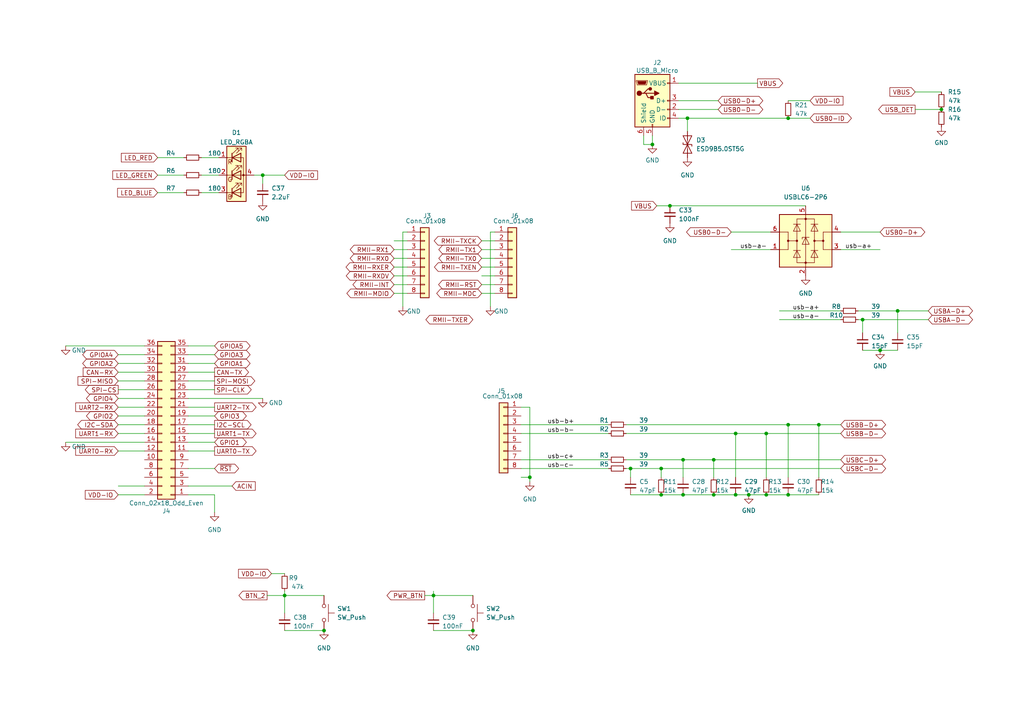
<source format=kicad_sch>
(kicad_sch (version 20250114) (generator "eeschema") (generator_version "9.0")
  (paper "A4")
  (title_block (title "SAM9G20 SBC") (rev "0.1") (company "vd-rd"))
  (lib_symbols
    (symbol "Connector:USB_B_Micro" (pin_names (offset 1.016))
      (property "Reference" "J" (at -5.08 11.43 0))
      (property "Value" "USB_B_Micro" (at -5.08 8.89 0))
      (symbol "USB_B_Micro_0_1"
        (rectangle (start -5.08 -7.62) (end 5.08 7.62) (stroke (width 0.254)) (fill (type background)))
        (polyline (pts (xy -4.699 5.842) (xy -4.699 5.588) (xy -4.445 4.826) (xy -4.445 4.572) (xy -1.651 4.572) (xy -1.651 4.826) (xy -1.397 5.588) (xy -1.397 5.842) (xy -4.699 5.842)))
        (polyline (pts (xy -4.318 5.588) (xy -1.778 5.588) (xy -2.032 4.826) (xy -4.064 4.826) (xy -4.318 5.588)) (fill (type outline)))
        (circle (center -3.81 2.159) (radius 0.635) (stroke (width 0.254)) (fill (type outline)))
        (polyline (pts (xy -3.175 2.159) (xy -2.54 2.159) (xy -1.27 3.429) (xy -0.635 3.429)) (stroke (width 0.254)))
        (polyline (pts (xy -2.54 2.159) (xy -1.905 2.159) (xy -1.27 0.889) (xy 0 0.889)) (stroke (width 0.254)))
        (polyline (pts (xy -1.905 2.159) (xy 0.635 2.159)) (stroke (width 0.254)))
        (circle (center -0.635 3.429) (radius 0.381) (stroke (width 0.254)) (fill (type outline)))
        (rectangle (start -0.127 -7.62) (end 0.127 -6.858))
        (rectangle (start 0.254 1.27) (end -0.508 0.508) (stroke (width 0.254)) (fill (type outline)))
        (polyline (pts (xy 0.635 2.794) (xy 0.635 1.524) (xy 1.905 2.159) (xy 0.635 2.794)) (stroke (width 0.254)) (fill (type outline)))
        (rectangle (start 5.08 4.953) (end 4.318 5.207))
        (rectangle (start 5.08 -0.127) (end 4.318 0.127))
        (rectangle (start 5.08 -2.667) (end 4.318 -2.413))
        (rectangle (start 5.08 -5.207) (end 4.318 -4.953))
      )
      (symbol "USB_B_Micro_1_1"
        (pin passive line (at -2.54 -10.16 90) (length 2.54) (name "Shield") (number "6"))
        (pin power_out line (at 0 -10.16 90) (length 2.54) (name "GND") (number "5"))
        (pin power_out line (at 7.62 5.08 180) (length 2.54) (name "VBUS") (number "1"))
        (pin bidirectional line (at 7.62 0 180) (length 2.54) (name "D+") (number "3"))
        (pin bidirectional line (at 7.62 -2.54 180) (length 2.54) (name "D-") (number "2"))
        (pin passive line (at 7.62 -5.08 180) (length 2.54) (name "ID") (number "4"))
      )
    )
    (symbol "Connector_Generic:Conn_01x08" (pin_names (offset 1.016) (hide yes))
      (property "Reference" "J" (at 0 10.16 0))
      (property "Value" "Conn_01x08" (at 0 -12.7 0))
      (symbol "Conn_01x08_1_1"
        (rectangle (start -1.27 8.89) (end 1.27 -11.43) (stroke (width 0.254)) (fill (type background)))
        (rectangle (start -1.27 7.747) (end 0 7.493) (stroke (width 0.1524)))
        (rectangle (start -1.27 5.207) (end 0 4.953) (stroke (width 0.1524)))
        (rectangle (start -1.27 2.667) (end 0 2.413) (stroke (width 0.1524)))
        (rectangle (start -1.27 0.127) (end 0 -0.127) (stroke (width 0.1524)))
        (rectangle (start -1.27 -2.413) (end 0 -2.667) (stroke (width 0.1524)))
        (rectangle (start -1.27 -4.953) (end 0 -5.207) (stroke (width 0.1524)))
        (rectangle (start -1.27 -7.493) (end 0 -7.747) (stroke (width 0.1524)))
        (rectangle (start -1.27 -10.033) (end 0 -10.287) (stroke (width 0.1524)))
        (pin passive line (at -5.08 7.62 0) (length 3.81) (name "Pin_1") (number "1"))
        (pin passive line (at -5.08 5.08 0) (length 3.81) (name "Pin_2") (number "2"))
        (pin passive line (at -5.08 2.54 0) (length 3.81) (name "Pin_3") (number "3"))
        (pin passive line (at -5.08 0 0) (length 3.81) (name "Pin_4") (number "4"))
        (pin passive line (at -5.08 -2.54 0) (length 3.81) (name "Pin_5") (number "5"))
        (pin passive line (at -5.08 -5.08 0) (length 3.81) (name "Pin_6") (number "6"))
        (pin passive line (at -5.08 -7.62 0) (length 3.81) (name "Pin_7") (number "7"))
        (pin passive line (at -5.08 -10.16 0) (length 3.81) (name "Pin_8") (number "8"))
      )
    )
    (symbol "Connector_Generic:Conn_02x18_Odd_Even" (pin_names (offset 1.016) (hide yes))
      (property "Reference" "J" (at 1.27 22.86 0))
      (property "Value" "Conn_02x18_Odd_Even" (at 1.27 -25.4 0))
      (symbol "Conn_02x18_Odd_Even_1_1"
        (rectangle (start -1.27 21.59) (end 3.81 -24.13) (stroke (width 0.254)) (fill (type background)))
        (rectangle (start -1.27 20.447) (end 0 20.193) (stroke (width 0.1524)))
        (rectangle (start -1.27 17.907) (end 0 17.653) (stroke (width 0.1524)))
        (rectangle (start -1.27 15.367) (end 0 15.113) (stroke (width 0.1524)))
        (rectangle (start -1.27 12.827) (end 0 12.573) (stroke (width 0.1524)))
        (rectangle (start -1.27 10.287) (end 0 10.033) (stroke (width 0.1524)))
        (rectangle (start -1.27 7.747) (end 0 7.493) (stroke (width 0.1524)))
        (rectangle (start -1.27 5.207) (end 0 4.953) (stroke (width 0.1524)))
        (rectangle (start -1.27 2.667) (end 0 2.413) (stroke (width 0.1524)))
        (rectangle (start -1.27 0.127) (end 0 -0.127) (stroke (width 0.1524)))
        (rectangle (start -1.27 -2.413) (end 0 -2.667) (stroke (width 0.1524)))
        (rectangle (start -1.27 -4.953) (end 0 -5.207) (stroke (width 0.1524)))
        (rectangle (start -1.27 -7.493) (end 0 -7.747) (stroke (width 0.1524)))
        (rectangle (start -1.27 -10.033) (end 0 -10.287) (stroke (width 0.1524)))
        (rectangle (start -1.27 -12.573) (end 0 -12.827) (stroke (width 0.1524)))
        (rectangle (start -1.27 -15.113) (end 0 -15.367) (stroke (width 0.1524)))
        (rectangle (start -1.27 -17.653) (end 0 -17.907) (stroke (width 0.1524)))
        (rectangle (start -1.27 -20.193) (end 0 -20.447) (stroke (width 0.1524)))
        (rectangle (start -1.27 -22.733) (end 0 -22.987) (stroke (width 0.1524)))
        (rectangle (start 3.81 20.447) (end 2.54 20.193) (stroke (width 0.1524)))
        (rectangle (start 3.81 17.907) (end 2.54 17.653) (stroke (width 0.1524)))
        (rectangle (start 3.81 15.367) (end 2.54 15.113) (stroke (width 0.1524)))
        (rectangle (start 3.81 12.827) (end 2.54 12.573) (stroke (width 0.1524)))
        (rectangle (start 3.81 10.287) (end 2.54 10.033) (stroke (width 0.1524)))
        (rectangle (start 3.81 7.747) (end 2.54 7.493) (stroke (width 0.1524)))
        (rectangle (start 3.81 5.207) (end 2.54 4.953) (stroke (width 0.1524)))
        (rectangle (start 3.81 2.667) (end 2.54 2.413) (stroke (width 0.1524)))
        (rectangle (start 3.81 0.127) (end 2.54 -0.127) (stroke (width 0.1524)))
        (rectangle (start 3.81 -2.413) (end 2.54 -2.667) (stroke (width 0.1524)))
        (rectangle (start 3.81 -4.953) (end 2.54 -5.207) (stroke (width 0.1524)))
        (rectangle (start 3.81 -7.493) (end 2.54 -7.747) (stroke (width 0.1524)))
        (rectangle (start 3.81 -10.033) (end 2.54 -10.287) (stroke (width 0.1524)))
        (rectangle (start 3.81 -12.573) (end 2.54 -12.827) (stroke (width 0.1524)))
        (rectangle (start 3.81 -15.113) (end 2.54 -15.367) (stroke (width 0.1524)))
        (rectangle (start 3.81 -17.653) (end 2.54 -17.907) (stroke (width 0.1524)))
        (rectangle (start 3.81 -20.193) (end 2.54 -20.447) (stroke (width 0.1524)))
        (rectangle (start 3.81 -22.733) (end 2.54 -22.987) (stroke (width 0.1524)))
        (pin passive line (at -5.08 20.32 0) (length 3.81) (name "Pin_1") (number "1"))
        (pin passive line (at -5.08 17.78 0) (length 3.81) (name "Pin_3") (number "3"))
        (pin passive line (at -5.08 15.24 0) (length 3.81) (name "Pin_5") (number "5"))
        (pin passive line (at -5.08 12.7 0) (length 3.81) (name "Pin_7") (number "7"))
        (pin passive line (at -5.08 10.16 0) (length 3.81) (name "Pin_9") (number "9"))
        (pin passive line (at -5.08 7.62 0) (length 3.81) (name "Pin_11") (number "11"))
        (pin passive line (at -5.08 5.08 0) (length 3.81) (name "Pin_13") (number "13"))
        (pin passive line (at -5.08 2.54 0) (length 3.81) (name "Pin_15") (number "15"))
        (pin passive line (at -5.08 0 0) (length 3.81) (name "Pin_17") (number "17"))
        (pin passive line (at -5.08 -2.54 0) (length 3.81) (name "Pin_19") (number "19"))
        (pin passive line (at -5.08 -5.08 0) (length 3.81) (name "Pin_21") (number "21"))
        (pin passive line (at -5.08 -7.62 0) (length 3.81) (name "Pin_23") (number "23"))
        (pin passive line (at -5.08 -10.16 0) (length 3.81) (name "Pin_25") (number "25"))
        (pin passive line (at -5.08 -12.7 0) (length 3.81) (name "Pin_27") (number "27"))
        (pin passive line (at -5.08 -15.24 0) (length 3.81) (name "Pin_29") (number "29"))
        (pin passive line (at -5.08 -17.78 0) (length 3.81) (name "Pin_31") (number "31"))
        (pin passive line (at -5.08 -20.32 0) (length 3.81) (name "Pin_33") (number "33"))
        (pin passive line (at -5.08 -22.86 0) (length 3.81) (name "Pin_35") (number "35"))
        (pin passive line (at 7.62 20.32 180) (length 3.81) (name "Pin_2") (number "2"))
        (pin passive line (at 7.62 17.78 180) (length 3.81) (name "Pin_4") (number "4"))
        (pin passive line (at 7.62 15.24 180) (length 3.81) (name "Pin_6") (number "6"))
        (pin passive line (at 7.62 12.7 180) (length 3.81) (name "Pin_8") (number "8"))
        (pin passive line (at 7.62 10.16 180) (length 3.81) (name "Pin_10") (number "10"))
        (pin passive line (at 7.62 7.62 180) (length 3.81) (name "Pin_12") (number "12"))
        (pin passive line (at 7.62 5.08 180) (length 3.81) (name "Pin_14") (number "14"))
        (pin passive line (at 7.62 2.54 180) (length 3.81) (name "Pin_16") (number "16"))
        (pin passive line (at 7.62 0 180) (length 3.81) (name "Pin_18") (number "18"))
        (pin passive line (at 7.62 -2.54 180) (length 3.81) (name "Pin_20") (number "20"))
        (pin passive line (at 7.62 -5.08 180) (length 3.81) (name "Pin_22") (number "22"))
        (pin passive line (at 7.62 -7.62 180) (length 3.81) (name "Pin_24") (number "24"))
        (pin passive line (at 7.62 -10.16 180) (length 3.81) (name "Pin_26") (number "26"))
        (pin passive line (at 7.62 -12.7 180) (length 3.81) (name "Pin_28") (number "28"))
        (pin passive line (at 7.62 -15.24 180) (length 3.81) (name "Pin_30") (number "30"))
        (pin passive line (at 7.62 -17.78 180) (length 3.81) (name "Pin_32") (number "32"))
        (pin passive line (at 7.62 -20.32 180) (length 3.81) (name "Pin_34") (number "34"))
        (pin passive line (at 7.62 -22.86 180) (length 3.81) (name "Pin_36") (number "36"))
      )
    )
    (symbol "Device:C_Small" (pin_numbers (hide yes)) (pin_names (offset 0.254) (hide yes))
      (property "Reference" "C" (at 0.254 1.778 0))
      (property "Value" "C_Small" (at 0.254 -2.032 0))
      (symbol "C_Small_0_1"
        (polyline (pts (xy -1.524 0.508) (xy 1.524 0.508)) (stroke (width 0.3048)))
        (polyline (pts (xy -1.524 -0.508) (xy 1.524 -0.508)) (stroke (width 0.3302)))
      )
      (symbol "C_Small_1_1"
        (pin passive line (at 0 2.54 270) (length 2.032) (name "~") (number "1"))
        (pin passive line (at 0 -2.54 90) (length 2.032) (name "~") (number "2"))
      )
    )
    (symbol "Device:LED_RGBA" (pin_names (offset 0) (hide yes))
      (property "Reference" "D" (at 0 9.398 0))
      (property "Value" "LED_RGBA" (at 0 -8.89 0))
      (symbol "LED_RGBA_0_0"
        (text "R" (at -1.905 3.81 0) (effects (font (size 1.27 1.27))))
        (text "G" (at -1.905 -1.27 0) (effects (font (size 1.27 1.27))))
        (text "B" (at -1.905 -6.35 0) (effects (font (size 1.27 1.27))))
      )
      (symbol "LED_RGBA_0_1"
        (polyline (pts (xy -1.27 6.35) (xy -1.27 3.81)) (stroke (width 0.254)))
        (polyline (pts (xy -1.27 6.35) (xy -1.27 3.81) (xy -1.27 3.81)))
        (polyline (pts (xy -1.27 5.08) (xy -2.54 5.08)))
        (polyline (pts (xy -1.27 5.08) (xy 1.27 5.08)))
        (polyline (pts (xy -1.27 1.27) (xy -1.27 -1.27)) (stroke (width 0.254)))
        (polyline (pts (xy -1.27 1.27) (xy -1.27 -1.27) (xy -1.27 -1.27)))
        (polyline (pts (xy -1.27 0) (xy -2.54 0)))
        (polyline (pts (xy -1.27 -3.81) (xy -1.27 -6.35)) (stroke (width 0.254)))
        (polyline (pts (xy -1.27 -5.08) (xy -2.54 -5.08)))
        (polyline (pts (xy -1.27 -5.08) (xy 1.27 -5.08)))
        (polyline (pts (xy -1.016 6.35) (xy 0.508 7.874) (xy -0.254 7.874) (xy 0.508 7.874) (xy 0.508 7.112)))
        (polyline (pts (xy -1.016 1.27) (xy 0.508 2.794) (xy -0.254 2.794) (xy 0.508 2.794) (xy 0.508 2.032)))
        (polyline (pts (xy -1.016 -3.81) (xy 0.508 -2.286) (xy -0.254 -2.286) (xy 0.508 -2.286) (xy 0.508 -3.048)))
        (polyline (pts (xy 0 6.35) (xy 1.524 7.874) (xy 0.762 7.874) (xy 1.524 7.874) (xy 1.524 7.112)))
        (polyline (pts (xy 0 1.27) (xy 1.524 2.794) (xy 0.762 2.794) (xy 1.524 2.794) (xy 1.524 2.032)))
        (polyline (pts (xy 0 -3.81) (xy 1.524 -2.286) (xy 0.762 -2.286) (xy 1.524 -2.286) (xy 1.524 -3.048)))
        (polyline (pts (xy 1.27 6.35) (xy 1.27 3.81) (xy -1.27 5.08) (xy 1.27 6.35)) (stroke (width 0.254)))
        (rectangle (start 1.27 6.35) (end 1.27 6.35))
        (rectangle (start 1.27 3.81) (end 1.27 6.35))
        (polyline (pts (xy 1.27 1.27) (xy 1.27 -1.27) (xy -1.27 0) (xy 1.27 1.27)) (stroke (width 0.254)))
        (rectangle (start 1.27 1.27) (end 1.27 1.27))
        (polyline (pts (xy 1.27 0) (xy -1.27 0)))
        (polyline (pts (xy 1.27 0) (xy 2.54 0)))
        (rectangle (start 1.27 -1.27) (end 1.27 1.27))
        (polyline (pts (xy 1.27 -3.81) (xy 1.27 -6.35) (xy -1.27 -5.08) (xy 1.27 -3.81)) (stroke (width 0.254)))
        (polyline (pts (xy 1.27 -5.08) (xy 2.032 -5.08) (xy 2.032 5.08) (xy 1.27 5.08)))
        (circle (center 2.032 0) (radius 0.254) (fill (type outline)))
        (rectangle (start 2.794 8.382) (end -2.794 -7.62) (stroke (width 0.254)) (fill (type background)))
      )
      (symbol "LED_RGBA_1_1"
        (pin passive line (at -5.08 5.08 0) (length 2.54) (name "RK") (number "1"))
        (pin passive line (at -5.08 0 0) (length 2.54) (name "GK") (number "2"))
        (pin passive line (at -5.08 -5.08 0) (length 2.54) (name "BK") (number "3"))
        (pin passive line (at 5.08 0 180) (length 2.54) (name "A") (number "4"))
      )
    )
    (symbol "Device:R_Small" (pin_numbers (hide yes)) (pin_names (offset 0.254) (hide yes))
      (property "Reference" "R" (at 0.762 0.508 0))
      (property "Value" "R_Small" (at 0.762 -1.016 0))
      (symbol "R_Small_0_1"
        (rectangle (start -0.762 1.778) (end 0.762 -1.778) (stroke (width 0.2032)))
      )
      (symbol "R_Small_1_1"
        (pin passive line (at 0 2.54 270) (length 0.762) (name "~") (number "1"))
        (pin passive line (at 0 -2.54 90) (length 0.762) (name "~") (number "2"))
      )
    )
    (symbol "Diode:ESD9B5.0ST5G" (pin_numbers (hide yes)) (pin_names (offset 1.016) (hide yes))
      (property "Reference" "D" (at 0 2.54 0))
      (property "Value" "ESD9B5.0ST5G" (at 0 -2.54 0))
      (symbol "ESD9B5.0ST5G_0_1"
        (polyline (pts (xy -2.54 -1.27) (xy 0 0) (xy -2.54 1.27) (xy -2.54 -1.27)) (stroke (width 0.2032)))
        (polyline (pts (xy 0.508 1.27) (xy 0 1.27) (xy 0 -1.27) (xy -0.508 -1.27)) (stroke (width 0.2032)))
        (polyline (pts (xy 1.27 0) (xy -1.27 0)))
        (polyline (pts (xy 2.54 1.27) (xy 2.54 -1.27) (xy 0 0) (xy 2.54 1.27)) (stroke (width 0.2032)))
      )
      (symbol "ESD9B5.0ST5G_1_1"
        (pin passive line (at -3.81 0 0) (length 2.54) (name "A1") (number "1"))
        (pin passive line (at 3.81 0 180) (length 2.54) (name "A2") (number "2"))
      )
    )
    (symbol "Power_Protection:USBLC6-2P6" (pin_names (hide yes))
      (property "Reference" "U" (at 2.54 8.89 0))
      (property "Value" "USBLC6-2P6" (at 2.54 -8.89 0))
      (symbol "USBLC6-2P6_0_1"
        (rectangle (start -7.62 -7.62) (end 7.62 7.62) (stroke (width 0.254)) (fill (type background)))
        (polyline (pts (xy -5.08 2.54) (xy -7.62 2.54)))
        (circle (center -5.08 0) (radius 0.254) (fill (type outline)))
        (polyline (pts (xy -5.08 0) (xy -5.08 -2.54)))
        (polyline (pts (xy -5.08 -2.54) (xy -7.62 -2.54)))
        (polyline (pts (xy -3.556 2.794) (xy -1.524 2.794) (xy -2.54 4.826) (xy -3.556 2.794)))
        (polyline (pts (xy -3.556 -4.826) (xy -1.524 -4.826) (xy -2.54 -2.794) (xy -3.556 -4.826)))
        (rectangle (start -2.54 6.35) (end 2.54 -6.35))
        (circle (center -2.54 0) (radius 0.254) (fill (type outline)))
        (polyline (pts (xy -2.54 0) (xy -5.08 0) (xy -5.08 2.54)))
        (polyline (pts (xy -1.524 4.826) (xy -3.556 4.826)))
        (polyline (pts (xy -1.524 -2.794) (xy -3.556 -2.794)))
        (polyline (pts (xy -1.016 -1.016) (xy 1.016 -1.016) (xy 0 1.016) (xy -1.016 -1.016)))
        (circle (center 0 6.35) (radius 0.254) (fill (type outline)))
        (polyline (pts (xy 0 6.35) (xy 0 7.62)))
        (polyline (pts (xy 0 1.27) (xy 0 6.35)))
        (polyline (pts (xy 0 -6.35) (xy 0 1.27)))
        (circle (center 0 -6.35) (radius 0.254) (fill (type outline)))
        (polyline (pts (xy 0 -7.62) (xy 0 -6.35)))
        (polyline (pts (xy 1.016 1.016) (xy 0.762 1.016) (xy -1.016 1.016) (xy -1.016 0.508)))
        (polyline (pts (xy 1.524 4.826) (xy 3.556 4.826)))
        (polyline (pts (xy 1.524 -2.794) (xy 3.556 -2.794)))
        (polyline (pts (xy 2.54 0) (xy 5.08 0) (xy 5.08 2.54)))
        (circle (center 2.54 0) (radius 0.254) (fill (type outline)))
        (polyline (pts (xy 3.556 2.794) (xy 1.524 2.794) (xy 2.54 4.826) (xy 3.556 2.794)))
        (polyline (pts (xy 3.556 -4.826) (xy 1.524 -4.826) (xy 2.54 -2.794) (xy 3.556 -4.826)))
        (polyline (pts (xy 5.08 2.54) (xy 7.62 2.54)))
        (polyline (pts (xy 5.08 0) (xy 5.08 -2.54)))
        (circle (center 5.08 0) (radius 0.254) (fill (type outline)))
        (polyline (pts (xy 5.08 -2.54) (xy 7.62 -2.54)))
      )
      (symbol "USBLC6-2P6_1_1"
        (pin passive line (at -10.16 2.54 0) (length 2.54) (name "I/O1") (number "6"))
        (pin passive line (at -10.16 -2.54 0) (length 2.54) (name "I/O1") (number "1"))
        (pin passive line (at 0 10.16 270) (length 2.54) (name "VBUS") (number "5"))
        (pin passive line (at 0 -10.16 90) (length 2.54) (name "GND") (number "2"))
        (pin passive line (at 10.16 2.54 180) (length 2.54) (name "I/O2") (number "4"))
        (pin passive line (at 10.16 -2.54 180) (length 2.54) (name "I/O2") (number "3"))
      )
    )
    (symbol "Switch:SW_Push" (pin_numbers (hide yes)) (pin_names (offset 1.016) (hide yes))
      (property "Reference" "SW" (at 1.27 2.54 0))
      (property "Value" "SW_Push" (at 0 -1.524 0))
      (symbol "SW_Push_0_1"
        (circle (center -2.032 0) (radius 0.508))
        (polyline (pts (xy 0 1.27) (xy 0 3.048)))
        (circle (center 2.032 0) (radius 0.508))
        (polyline (pts (xy 2.54 1.27) (xy -2.54 1.27)))
        (pin passive line (at -5.08 0 0) (length 2.54) (name "1") (number "1"))
        (pin passive line (at 5.08 0 180) (length 2.54) (name "2") (number "2"))
      )
    )
    (symbol "power:GND" (power) (pin_names (offset 0))
      (property "Value" "GND" (at 0 -3.81 0))
      (symbol "GND_0_1"
        (polyline (pts (xy 0 0) (xy 0 -1.27) (xy 1.27 -1.27) (xy 0 -2.54) (xy -1.27 -1.27) (xy 0 -1.27)))
      )
      (symbol "GND_1_1"
        (pin power_in line (at 0 0 270) (length 0) (hide yes) (name "GND") (number "1"))
      )
    )
  )
  (junction (at 250.19 92.71))
  (junction (at 207.01 133.35))
  (junction (at 228.6 143.51))
  (junction (at 182.88 135.89))
  (junction (at 213.36 125.73))
  (junction (at 222.25 125.73))
  (junction (at 199.39 34.29))
  (junction (at 198.12 133.35))
  (junction (at 125.73 172.72))
  (junction (at 273.05 31.75))
  (junction (at 228.6 34.29))
  (junction (at 213.36 143.51))
  (junction (at 228.6 123.19))
  (junction (at 189.23 41.91))
  (junction (at 222.25 143.51))
  (junction (at 76.2 50.8))
  (junction (at 82.55 172.72))
  (junction (at 137.16 182.88))
  (junction (at 207.01 143.51))
  (junction (at 260.35 90.17))
  (junction (at 237.49 123.19))
  (junction (at 194.31 59.69))
  (junction (at 217.17 143.51))
  (junction (at 191.77 143.51))
  (junction (at 153.67 138.43))
  (junction (at 198.12 143.51))
  (junction (at 255.27 101.6))
  (junction (at 93.98 182.88))
  (junction (at 191.77 135.89))
  (wire (pts (xy 212.09 67.31) (xy 223.52 67.31)))
  (wire (pts (xy 226.06 90.17) (xy 243.84 90.17)))
  (wire (pts (xy 198.12 133.35) (xy 207.01 133.35)))
  (wire (pts (xy 45.72 55.88) (xy 53.34 55.88)))
  (wire (pts (xy 182.88 135.89) (xy 182.88 138.43)))
  (wire (pts (xy 34.29 123.19) (xy 41.91 123.19)))
  (wire (pts (xy 34.29 115.57) (xy 41.91 115.57)))
  (wire (pts (xy 114.3 82.55) (xy 118.11 82.55)))
  (wire (pts (xy 198.12 143.51) (xy 207.01 143.51)))
  (wire (pts (xy 54.61 135.89) (xy 62.23 135.89)))
  (wire (pts (xy 228.6 34.29) (xy 234.95 34.29)))
  (wire (pts (xy 19.05 128.27) (xy 41.91 128.27)))
  (wire (pts (xy 54.61 113.03) (xy 62.23 113.03)))
  (wire (pts (xy 243.84 67.31) (xy 255.27 67.31)))
  (wire (pts (xy 213.36 125.73) (xy 222.25 125.73)))
  (wire (pts (xy 78.74 166.37) (xy 82.55 166.37)))
  (wire (pts (xy 260.35 90.17) (xy 260.35 96.52)))
  (wire (pts (xy 191.77 135.89) (xy 243.84 135.89)))
  (wire (pts (xy 213.36 125.73) (xy 213.36 138.43)))
  (wire (pts (xy 142.24 67.31) (xy 142.24 88.9)))
  (wire (pts (xy 222.25 125.73) (xy 222.25 138.43)))
  (wire (pts (xy 54.61 105.41) (xy 62.23 105.41)))
  (wire (pts (xy 186.69 41.91) (xy 189.23 41.91)))
  (wire (pts (xy 34.29 107.95) (xy 41.91 107.95)))
  (wire (pts (xy 207.01 143.51) (xy 213.36 143.51)))
  (wire (pts (xy 58.42 45.72) (xy 63.5 45.72)))
  (wire (pts (xy 54.61 140.97) (xy 67.31 140.97)))
  (wire (pts (xy 76.2 50.8) (xy 76.2 53.34)))
  (wire (pts (xy 139.7 82.55) (xy 143.51 82.55)))
  (wire (pts (xy 19.05 100.33) (xy 41.91 100.33)))
  (wire (pts (xy 181.61 133.35) (xy 198.12 133.35)))
  (wire (pts (xy 250.19 92.71) (xy 250.19 96.52)))
  (wire (pts (xy 54.61 120.65) (xy 62.23 120.65)))
  (wire (pts (xy 213.36 143.51) (xy 217.17 143.51)))
  (wire (pts (xy 228.6 123.19) (xy 237.49 123.19)))
  (wire (pts (xy 151.13 138.43) (xy 153.67 138.43)))
  (wire (pts (xy 82.55 171.45) (xy 82.55 172.72)))
  (wire (pts (xy 54.61 100.33) (xy 62.23 100.33)))
  (wire (pts (xy 54.61 125.73) (xy 62.23 125.73)))
  (wire (pts (xy 45.72 45.72) (xy 53.34 45.72)))
  (wire (pts (xy 116.84 67.31) (xy 116.84 88.9)))
  (wire (pts (xy 151.13 123.19) (xy 176.53 123.19)))
  (wire (pts (xy 34.29 102.87) (xy 41.91 102.87)))
  (wire (pts (xy 76.2 50.8) (xy 82.55 50.8)))
  (wire (pts (xy 73.66 50.8) (xy 76.2 50.8)))
  (wire (pts (xy 196.85 29.21) (xy 208.28 29.21)))
  (wire (pts (xy 265.43 31.75) (xy 273.05 31.75)))
  (wire (pts (xy 190.5 59.69) (xy 194.31 59.69)))
  (wire (pts (xy 77.47 172.72) (xy 82.55 172.72)))
  (wire (pts (xy 82.55 172.72) (xy 93.98 172.72)))
  (wire (pts (xy 222.25 125.73) (xy 243.84 125.73)))
  (wire (pts (xy 114.3 74.93) (xy 118.11 74.93)))
  (wire (pts (xy 222.25 143.51) (xy 228.6 143.51)))
  (wire (pts (xy 139.7 85.09) (xy 143.51 85.09)))
  (wire (pts (xy 182.88 143.51) (xy 191.77 143.51)))
  (wire (pts (xy 114.3 80.01) (xy 118.11 80.01)))
  (wire (pts (xy 114.3 85.09) (xy 118.11 85.09)))
  (wire (pts (xy 34.29 110.49) (xy 41.91 110.49)))
  (wire (pts (xy 248.92 90.17) (xy 260.35 90.17)))
  (wire (pts (xy 34.29 140.97) (xy 41.91 140.97)))
  (wire (pts (xy 125.73 171.45) (xy 125.73 172.72)))
  (wire (pts (xy 34.29 113.03) (xy 41.91 113.03)))
  (wire (pts (xy 207.01 133.35) (xy 207.01 138.43)))
  (wire (pts (xy 151.13 118.11) (xy 153.67 118.11)))
  (wire (pts (xy 228.6 123.19) (xy 228.6 138.43)))
  (wire (pts (xy 123.19 172.72) (xy 125.73 172.72)))
  (wire (pts (xy 125.73 172.72) (xy 137.16 172.72)))
  (wire (pts (xy 250.19 92.71) (xy 269.24 92.71)))
  (wire (pts (xy 45.72 50.8) (xy 53.34 50.8)))
  (wire (pts (xy 114.3 72.39) (xy 118.11 72.39)))
  (wire (pts (xy 151.13 135.89) (xy 176.53 135.89)))
  (wire (pts (xy 181.61 125.73) (xy 213.36 125.73)))
  (wire (pts (xy 199.39 34.29) (xy 199.39 38.1)))
  (wire (pts (xy 143.51 67.31) (xy 142.24 67.31)))
  (wire (pts (xy 212.09 72.39) (xy 223.52 72.39)))
  (wire (pts (xy 82.55 172.72) (xy 82.55 177.8)))
  (wire (pts (xy 82.55 182.88) (xy 93.98 182.88)))
  (wire (pts (xy 34.29 125.73) (xy 41.91 125.73)))
  (wire (pts (xy 34.29 120.65) (xy 41.91 120.65)))
  (wire (pts (xy 198.12 133.35) (xy 198.12 138.43)))
  (wire (pts (xy 54.61 143.51) (xy 62.23 143.51)))
  (wire (pts (xy 62.23 143.51) (xy 62.23 148.59)))
  (wire (pts (xy 265.43 26.67) (xy 273.05 26.67)))
  (wire (pts (xy 54.61 115.57) (xy 76.2 115.57)))
  (wire (pts (xy 54.61 118.11) (xy 62.23 118.11)))
  (wire (pts (xy 58.42 55.88) (xy 63.5 55.88)))
  (wire (pts (xy 181.61 123.19) (xy 228.6 123.19)))
  (wire (pts (xy 196.85 31.75) (xy 208.28 31.75)))
  (wire (pts (xy 189.23 41.91) (xy 189.23 39.37)))
  (wire (pts (xy 139.7 72.39) (xy 143.51 72.39)))
  (wire (pts (xy 196.85 24.13) (xy 219.71 24.13)))
  (wire (pts (xy 196.85 34.29) (xy 199.39 34.29)))
  (wire (pts (xy 34.29 118.11) (xy 41.91 118.11)))
  (wire (pts (xy 226.06 92.71) (xy 243.84 92.71)))
  (wire (pts (xy 237.49 123.19) (xy 237.49 138.43)))
  (wire (pts (xy 194.31 59.69) (xy 233.68 59.69)))
  (wire (pts (xy 151.13 125.73) (xy 176.53 125.73)))
  (wire (pts (xy 248.92 92.71) (xy 250.19 92.71)))
  (wire (pts (xy 34.29 143.51) (xy 41.91 143.51)))
  (wire (pts (xy 125.73 172.72) (xy 125.73 177.8)))
  (wire (pts (xy 114.3 77.47) (xy 118.11 77.47)))
  (wire (pts (xy 255.27 101.6) (xy 260.35 101.6)))
  (wire (pts (xy 217.17 143.51) (xy 222.25 143.51)))
  (wire (pts (xy 250.19 101.6) (xy 255.27 101.6)))
  (wire (pts (xy 54.61 128.27) (xy 62.23 128.27)))
  (wire (pts (xy 191.77 143.51) (xy 198.12 143.51)))
  (wire (pts (xy 207.01 133.35) (xy 243.84 133.35)))
  (wire (pts (xy 114.3 69.85) (xy 118.11 69.85)))
  (wire (pts (xy 228.6 29.21) (xy 234.95 29.21)))
  (wire (pts (xy 34.29 105.41) (xy 41.91 105.41)))
  (wire (pts (xy 139.7 69.85) (xy 143.51 69.85)))
  (wire (pts (xy 153.67 118.11) (xy 153.67 138.43)))
  (wire (pts (xy 153.67 138.43) (xy 153.67 139.7)))
  (wire (pts (xy 54.61 130.81) (xy 62.23 130.81)))
  (wire (pts (xy 139.7 74.93) (xy 143.51 74.93)))
  (wire (pts (xy 58.42 50.8) (xy 63.5 50.8)))
  (wire (pts (xy 54.61 123.19) (xy 62.23 123.19)))
  (wire (pts (xy 186.69 39.37) (xy 186.69 41.91)))
  (wire (pts (xy 182.88 135.89) (xy 191.77 135.89)))
  (wire (pts (xy 228.6 143.51) (xy 237.49 143.51)))
  (wire (pts (xy 34.29 130.81) (xy 41.91 130.81)))
  (wire (pts (xy 118.11 67.31) (xy 116.84 67.31)))
  (wire (pts (xy 125.73 182.88) (xy 137.16 182.88)))
  (wire (pts (xy 260.35 90.17) (xy 269.24 90.17)))
  (wire (pts (xy 191.77 135.89) (xy 191.77 138.43)))
  (wire (pts (xy 139.7 77.47) (xy 143.51 77.47)))
  (wire (pts (xy 54.61 110.49) (xy 62.23 110.49)))
  (wire (pts (xy 181.61 135.89) (xy 182.88 135.89)))
  (wire (pts (xy 243.84 72.39) (xy 255.27 72.39)))
  (wire (pts (xy 54.61 107.95) (xy 62.23 107.95)))
  (wire (pts (xy 237.49 123.19) (xy 243.84 123.19)))
  (wire (pts (xy 199.39 34.29) (xy 228.6 34.29)))
  (wire (pts (xy 54.61 102.87) (xy 62.23 102.87)))
  (wire (pts (xy 139.7 80.01) (xy 143.51 80.01)))
  (wire (pts (xy 151.13 133.35) (xy 176.53 133.35)))
  (label "usb-a+" (at 245.11 72.39 0))
  (label "usb-b+" (at 158.75 123.19 0))
  (label "usb-a+" (at 229.87 90.17 0))
  (label "usb-c+" (at 158.75 133.35 0))
  (label "usb-c-" (at 158.75 135.89 0))
  (label "usb-a-" (at 214.63 72.39 0))
  (label "usb-a-" (at 229.87 92.71 0))
  (label "usb-b-" (at 158.75 125.73 0))
  (global_label "GPIOA1" (shape bidirectional) (at 62.23 105.41 0) (property "Intersheetrefs" "${INTERSHEET_REFS}" (effects (hide yes))))
  (global_label "RMII-TXER" (shape bidirectional) (at 137.16 92.71 180) (property "Intersheetrefs" "${INTERSHEET_REFS}" (effects (hide yes))))
  (global_label "RMII-TX0" (shape bidirectional) (at 139.7 74.93 180) (property "Intersheetrefs" "${INTERSHEET_REFS}" (effects (hide yes))))
  (global_label "CAN-RX" (shape input) (at 34.29 107.95 180) (property "Intersheetrefs" "${INTERSHEET_REFS}" (effects (hide yes))))
  (global_label "USBC-D+" (shape bidirectional) (at 243.84 133.35 0) (property "Intersheetrefs" "${INTERSHEET_REFS}" (effects (hide yes))))
  (global_label "UART2-TX" (shape output) (at 62.23 118.11 0) (property "Intersheetrefs" "${INTERSHEET_REFS}" (effects (hide yes))))
  (global_label "GPIO1" (shape bidirectional) (at 62.23 128.27 0) (property "Intersheetrefs" "${INTERSHEET_REFS}" (effects (hide yes))))
  (global_label "GPIO4" (shape bidirectional) (at 34.29 115.57 180) (property "Intersheetrefs" "${INTERSHEET_REFS}" (effects (hide yes))))
  (global_label "GPIOA3" (shape bidirectional) (at 62.23 102.87 0) (property "Intersheetrefs" "${INTERSHEET_REFS}" (effects (hide yes))))
  (global_label "VDD-IO" (shape input) (at 234.95 29.21 0) (property "Intersheetrefs" "${INTERSHEET_REFS}" (effects (hide yes))))
  (global_label "UART0-RX" (shape input) (at 34.29 130.81 180) (property "Intersheetrefs" "${INTERSHEET_REFS}" (effects (hide yes))))
  (global_label "RMII-TX1" (shape bidirectional) (at 139.7 72.39 180) (property "Intersheetrefs" "${INTERSHEET_REFS}" (effects (hide yes))))
  (global_label "BTN_2" (shape output) (at 77.47 172.72 180) (property "Intersheetrefs" "${INTERSHEET_REFS}" (effects (hide yes))))
  (global_label "VDD-IO" (shape input) (at 34.29 143.51 180) (property "Intersheetrefs" "${INTERSHEET_REFS}" (effects (hide yes))))
  (global_label "CAN-TX" (shape output) (at 62.23 107.95 0) (property "Intersheetrefs" "${INTERSHEET_REFS}" (effects (hide yes))))
  (global_label "USB0-D+" (shape bidirectional) (at 255.27 67.31 0) (property "Intersheetrefs" "${INTERSHEET_REFS}" (effects (hide yes))))
  (global_label "SPI-CS" (shape output) (at 34.29 113.03 180) (property "Intersheetrefs" "${INTERSHEET_REFS}" (effects (hide yes))))
  (global_label "RMII-RXDV" (shape bidirectional) (at 114.3 80.01 180) (property "Intersheetrefs" "${INTERSHEET_REFS}" (effects (hide yes))))
  (global_label "LED_GREEN" (shape input) (at 45.72 50.8 180) (property "Intersheetrefs" "${INTERSHEET_REFS}" (effects (hide yes))))
  (global_label "VDD-IO" (shape input) (at 78.74 166.37 180) (property "Intersheetrefs" "${INTERSHEET_REFS}" (effects (hide yes))))
  (global_label "USB0-D+" (shape bidirectional) (at 208.28 29.21 0) (property "Intersheetrefs" "${INTERSHEET_REFS}" (effects (hide yes))))
  (global_label "RMII-MDIO" (shape bidirectional) (at 114.3 85.09 180) (property "Intersheetrefs" "${INTERSHEET_REFS}" (effects (hide yes))))
  (global_label "VBUS" (shape output) (at 219.71 24.13 0) (property "Intersheetrefs" "${INTERSHEET_REFS}" (effects (hide yes))))
  (global_label "RMII-RST" (shape bidirectional) (at 139.7 82.55 180) (property "Intersheetrefs" "${INTERSHEET_REFS}" (effects (hide yes))))
  (global_label "LED_RED" (shape input) (at 45.72 45.72 180) (property "Intersheetrefs" "${INTERSHEET_REFS}" (effects (hide yes))))
  (global_label "RMII-TXCK" (shape bidirectional) (at 139.7 69.85 180) (property "Intersheetrefs" "${INTERSHEET_REFS}" (effects (hide yes))))
  (global_label "USB0-D-" (shape bidirectional) (at 208.28 31.75 0) (property "Intersheetrefs" "${INTERSHEET_REFS}" (effects (hide yes))))
  (global_label "USBA-D-" (shape bidirectional) (at 269.24 92.71 0) (property "Intersheetrefs" "${INTERSHEET_REFS}" (effects (hide yes))))
  (global_label "SPI-CLK" (shape output) (at 62.23 113.03 0) (property "Intersheetrefs" "${INTERSHEET_REFS}" (effects (hide yes))))
  (global_label "~{RST}" (shape bidirectional) (at 62.23 135.89 0) (property "Intersheetrefs" "${INTERSHEET_REFS}" (effects (hide yes))))
  (global_label "PWR_BTN" (shape output) (at 123.19 172.72 180) (property "Intersheetrefs" "${INTERSHEET_REFS}" (effects (hide yes))))
  (global_label "UART2-RX" (shape input) (at 34.29 118.11 180) (property "Intersheetrefs" "${INTERSHEET_REFS}" (effects (hide yes))))
  (global_label "I2C-SCL" (shape output) (at 62.23 123.19 0) (property "Intersheetrefs" "${INTERSHEET_REFS}" (effects (hide yes))))
  (global_label "GPIOA2" (shape bidirectional) (at 34.29 105.41 180) (property "Intersheetrefs" "${INTERSHEET_REFS}" (effects (hide yes))))
  (global_label "GPIOA5" (shape bidirectional) (at 62.23 100.33 0) (property "Intersheetrefs" "${INTERSHEET_REFS}" (effects (hide yes))))
  (global_label "USBC-D-" (shape bidirectional) (at 243.84 135.89 0) (property "Intersheetrefs" "${INTERSHEET_REFS}" (effects (hide yes))))
  (global_label "USB0-D-" (shape bidirectional) (at 212.09 67.31 180) (property "Intersheetrefs" "${INTERSHEET_REFS}" (effects (hide yes))))
  (global_label "VDD-IO" (shape input) (at 82.55 50.8 0) (property "Intersheetrefs" "${INTERSHEET_REFS}" (effects (hide yes))))
  (global_label "UART1-RX" (shape input) (at 34.29 125.73 180) (property "Intersheetrefs" "${INTERSHEET_REFS}" (effects (hide yes))))
  (global_label "GPIO3" (shape bidirectional) (at 62.23 120.65 0) (property "Intersheetrefs" "${INTERSHEET_REFS}" (effects (hide yes))))
  (global_label "RMII-RX0" (shape bidirectional) (at 114.3 74.93 180) (property "Intersheetrefs" "${INTERSHEET_REFS}" (effects (hide yes))))
  (global_label "SPI-MOSI" (shape output) (at 62.23 110.49 0) (property "Intersheetrefs" "${INTERSHEET_REFS}" (effects (hide yes))))
  (global_label "RMII-RXER" (shape bidirectional) (at 114.3 77.47 180) (property "Intersheetrefs" "${INTERSHEET_REFS}" (effects (hide yes))))
  (global_label "LED_BLUE" (shape input) (at 45.72 55.88 180) (property "Intersheetrefs" "${INTERSHEET_REFS}" (effects (hide yes))))
  (global_label "SPI-MISO" (shape input) (at 34.29 110.49 180) (property "Intersheetrefs" "${INTERSHEET_REFS}" (effects (hide yes))))
  (global_label "ACIN" (shape input) (at 67.31 140.97 0) (property "Intersheetrefs" "${INTERSHEET_REFS}" (effects (hide yes))))
  (global_label "RMII-MDC" (shape bidirectional) (at 139.7 85.09 180) (property "Intersheetrefs" "${INTERSHEET_REFS}" (effects (hide yes))))
  (global_label "UART0-TX" (shape output) (at 62.23 130.81 0) (property "Intersheetrefs" "${INTERSHEET_REFS}" (effects (hide yes))))
  (global_label "RMII-TXEN" (shape bidirectional) (at 139.7 77.47 180) (property "Intersheetrefs" "${INTERSHEET_REFS}" (effects (hide yes))))
  (global_label "VBUS" (shape input) (at 265.43 26.67 180) (property "Intersheetrefs" "${INTERSHEET_REFS}" (effects (hide yes))))
  (global_label "USBB-D+" (shape bidirectional) (at 243.84 123.19 0) (property "Intersheetrefs" "${INTERSHEET_REFS}" (effects (hide yes))))
  (global_label "USBB-D-" (shape bidirectional) (at 243.84 125.73 0) (property "Intersheetrefs" "${INTERSHEET_REFS}" (effects (hide yes))))
  (global_label "USB0-ID" (shape bidirectional) (at 234.95 34.29 0) (property "Intersheetrefs" "${INTERSHEET_REFS}" (effects (hide yes))))
  (global_label "UART1-TX" (shape output) (at 62.23 125.73 0) (property "Intersheetrefs" "${INTERSHEET_REFS}" (effects (hide yes))))
  (global_label "GPIOA4" (shape bidirectional) (at 34.29 102.87 180) (property "Intersheetrefs" "${INTERSHEET_REFS}" (effects (hide yes))))
  (global_label "USB_DET" (shape output) (at 265.43 31.75 180) (property "Intersheetrefs" "${INTERSHEET_REFS}" (effects (hide yes))))
  (global_label "I2C-SDA" (shape bidirectional) (at 34.29 123.19 180) (property "Intersheetrefs" "${INTERSHEET_REFS}" (effects (hide yes))))
  (global_label "USBA-D+" (shape bidirectional) (at 269.24 90.17 0) (property "Intersheetrefs" "${INTERSHEET_REFS}" (effects (hide yes))))
  (global_label "RMII-INT" (shape bidirectional) (at 114.3 82.55 180) (property "Intersheetrefs" "${INTERSHEET_REFS}" (effects (hide yes))))
  (global_label "VBUS" (shape input) (at 190.5 59.69 180) (property "Intersheetrefs" "${INTERSHEET_REFS}" (effects (hide yes))))
  (global_label "RMII-RX1" (shape bidirectional) (at 114.3 72.39 180) (property "Intersheetrefs" "${INTERSHEET_REFS}" (effects (hide yes))))
  (global_label "GPIO2" (shape bidirectional) (at 34.29 120.65 180) (property "Intersheetrefs" "${INTERSHEET_REFS}" (effects (hide yes))))
  (symbol (lib_id "power:GND") (at 273.05 36.83 0) (unit 1)
    (property "Reference" "#PWR0130" (effects (hide yes)))
    (property "Value" "GND" (at 273.05 41.3926 0))
  )
  (symbol (lib_id "Device:R_Small") (at 82.55 168.91 180) (unit 1)
    (property "Reference" "R9" (at 85.09 167.64 0))
    (property "Value" "47k" (at 86.36 170.18 0))
    (property "Footprint" "Resistor_SMD:R_0402_1005Metric" (effects (hide yes)))
  )
  (symbol (lib_id "Device:C_Small") (at 250.19 99.06 0) (unit 1)
    (property "Reference" "C34" (at 252.73 97.7962 0) (effects (justify left)))
    (property "Value" "15pF" (at 252.73 100.3362 0) (effects (justify left)))
    (property "Footprint" "Capacitor_SMD:C_0402_1005Metric" (effects (hide yes)))
  )
  (symbol (lib_id "power:GND") (at 19.05 128.27 0) (unit 1)
    (property "Reference" "#PWR0121" (effects (hide yes)))
    (property "Value" "GND" (at 22.86 129.54 0))
  )
  (symbol (lib_id "power:GND") (at 199.39 45.72 0) (unit 1)
    (property "Reference" "#PWR0140" (effects (hide yes)))
    (property "Value" "GND" (at 199.39 50.8 0))
  )
  (symbol (lib_id "Device:R_Small") (at 228.6 31.75 180) (unit 1)
    (property "Reference" "R21" (at 232.41 30.48 0))
    (property "Value" "47k" (at 232.41 33.02 0))
    (property "Footprint" "Resistor_SMD:R_0402_1005Metric" (effects (hide yes)))
  )
  (symbol (lib_id "Device:C_Small") (at 228.6 140.97 0) (unit 1)
    (property "Reference" "C30" (at 231.14 139.7062 0) (effects (justify left)))
    (property "Value" "47pF" (at 231.14 142.2462 0) (effects (justify left)))
    (property "Footprint" "Capacitor_SMD:C_0402_1005Metric" (effects (hide yes)))
  )
  (symbol (lib_id "power:GND") (at 189.23 41.91 0) (unit 1)
    (property "Reference" "#PWR0114" (effects (hide yes)))
    (property "Value" "GND" (at 189.23 46.4726 0))
  )
  (symbol (lib_id "power:GND") (at 19.05 100.33 0) (unit 1)
    (property "Reference" "#PWR0122" (effects (hide yes)))
    (property "Value" "GND" (at 22.86 101.6 0))
  )
  (symbol (lib_id "Device:LED_RGBA") (at 68.58 50.8 0) (unit 1)
    (property "Reference" "D1" (at 68.58 38.4514 0))
    (property "Value" "LED_RGBA" (at 68.58 41.2265 0))
    (property "Footprint" "led:rgb-1204" (effects (hide yes)))
  )
  (symbol (lib_id "Device:C_Small") (at 198.12 140.97 0) (unit 1)
    (property "Reference" "C28" (at 200.66 139.7062 0) (effects (justify left)))
    (property "Value" "47pF" (at 200.66 142.2462 0) (effects (justify left)))
    (property "Footprint" "Capacitor_SMD:C_0402_1005Metric" (effects (hide yes)))
  )
  (symbol (lib_id "power:GND") (at 116.84 88.9 0) (unit 1)
    (property "Reference" "#PWR0104" (effects (hide yes)))
    (property "Value" "GND" (at 120.015 90.2876 0))
  )
  (symbol (lib_id "Device:R_Small") (at 179.07 125.73 90) (unit 1)
    (property "Reference" "R2" (at 175.26 124.46 90))
    (property "Value" "39" (at 186.69 124.46 90))
    (property "Footprint" "Resistor_SMD:R_0402_1005Metric" (effects (hide yes)))
  )
  (symbol (lib_id "Device:R_Small") (at 55.88 55.88 90) (unit 1)
    (property "Reference" "R7" (at 49.53 54.61 90))
    (property "Value" "180" (at 62.23 54.61 90))
    (property "Footprint" "Resistor_SMD:R_0402_1005Metric" (effects (hide yes)))
  )
  (symbol (lib_id "power:GND") (at 233.68 80.01 0) (unit 1)
    (property "Reference" "#PWR0139" (effects (hide yes)))
    (property "Value" "GND" (at 233.68 85.09 0))
  )
  (symbol (lib_id "power:GND") (at 137.16 182.88 0) (unit 1)
    (property "Reference" "#PWR0129" (effects (hide yes)))
    (property "Value" "GND" (at 137.16 187.96 0))
  )
  (symbol (lib_id "Power_Protection:USBLC6-2P6") (at 233.68 69.85 0) (unit 1)
    (property "Reference" "U6" (at 233.68 54.61 0))
    (property "Value" "USBLC6-2P6" (at 233.68 57.15 0))
    (property "Footprint" "Package_TO_SOT_SMD:SOT-23-6" (effects (hide yes)))
    (property "Datasheet" "https://www.st.com/resource/en/datasheet/usblc6-2.pdf" (effects (hide yes)))
  )
  (symbol (lib_id "Device:R_Small") (at 237.49 140.97 0) (unit 1)
    (property "Reference" "R14" (at 240.03 139.7 0))
    (property "Value" "15k" (at 240.03 142.24 0))
    (property "Footprint" "Resistor_SMD:R_0402_1005Metric" (effects (hide yes)))
  )
  (symbol (lib_id "Device:R_Small") (at 246.38 92.71 90) (unit 1)
    (property "Reference" "R10" (at 242.57 91.44 90))
    (property "Value" "39" (at 254 91.44 90))
    (property "Footprint" "Resistor_SMD:R_0402_1005Metric" (effects (hide yes)))
  )
  (symbol (lib_id "power:GND") (at 62.23 148.59 0) (unit 1)
    (property "Reference" "#PWR0124" (effects (hide yes)))
    (property "Value" "GND" (at 62.23 153.67 0))
  )
  (symbol (lib_id "Device:C_Small") (at 182.88 140.97 0) (unit 1)
    (property "Reference" "C5" (at 185.42 139.7062 0) (effects (justify left)))
    (property "Value" "47pF" (at 185.42 142.2462 0) (effects (justify left)))
    (property "Footprint" "Capacitor_SMD:C_0402_1005Metric" (effects (hide yes)))
  )
  (symbol (lib_id "Device:R_Small") (at 179.07 133.35 90) (unit 1)
    (property "Reference" "R3" (at 175.26 132.08 90))
    (property "Value" "39" (at 186.69 132.08 90))
    (property "Footprint" "Resistor_SMD:R_0402_1005Metric" (effects (hide yes)))
  )
  (symbol (lib_id "Device:R_Small") (at 222.25 140.97 0) (unit 1)
    (property "Reference" "R13" (at 224.79 139.7 0))
    (property "Value" "15k" (at 224.79 142.24 0))
    (property "Footprint" "Resistor_SMD:R_0402_1005Metric" (effects (hide yes)))
  )
  (symbol (lib_id "Device:R_Small") (at 55.88 45.72 90) (unit 1)
    (property "Reference" "R4" (at 49.53 44.45 90))
    (property "Value" "180" (at 62.23 44.45 90))
    (property "Footprint" "Resistor_SMD:R_0402_1005Metric" (effects (hide yes)))
  )
  (symbol (lib_id "power:GND") (at 194.31 64.77 0) (unit 1)
    (property "Reference" "#PWR0138" (effects (hide yes)))
    (property "Value" "GND" (at 194.31 69.85 0))
  )
  (symbol (lib_id "Device:C_Small") (at 260.35 99.06 0) (unit 1)
    (property "Reference" "C35" (at 262.89 97.7962 0) (effects (justify left)))
    (property "Value" "15pF" (at 262.89 100.3362 0) (effects (justify left)))
    (property "Footprint" "Capacitor_SMD:C_0402_1005Metric" (effects (hide yes)))
  )
  (symbol (lib_id "Device:R_Small") (at 179.07 135.89 90) (unit 1)
    (property "Reference" "R5" (at 175.26 134.62 90))
    (property "Value" "39" (at 186.69 134.62 90))
    (property "Footprint" "Resistor_SMD:R_0402_1005Metric" (effects (hide yes)))
  )
  (symbol (lib_id "Device:C_Small") (at 82.55 180.34 0) (unit 1)
    (property "Reference" "C38" (at 85.09 179.0762 0) (effects (justify left)))
    (property "Value" "100nF" (at 85.09 181.6162 0) (effects (justify left)))
    (property "Footprint" "Capacitor_SMD:C_0402_1005Metric" (effects (hide yes)))
  )
  (symbol (lib_id "power:GND") (at 76.2 115.57 0) (unit 1)
    (property "Reference" "#PWR0123" (effects (hide yes)))
    (property "Value" "GND" (at 80.01 116.84 0))
  )
  (symbol (lib_id "power:GND") (at 153.67 139.7 0) (unit 1)
    (property "Reference" "#PWR0110" (effects (hide yes)))
    (property "Value" "GND" (at 153.67 144.78 0))
  )
  (symbol (lib_id "Connector_Generic:Conn_01x08") (at 123.19 74.93 0) (unit 1)
    (property "Reference" "J3" (at 122.6821 62.5915 0) (effects (justify left)))
    (property "Value" "Conn_01x08" (at 117.6021 64.0966 0) (effects (justify left)))
    (property "Footprint" "Connector_PinHeader_1.27mm:PinHeader_2x04_P1.27mm_Vertical" (effects (hide yes)))
  )
  (symbol (lib_id "Device:R_Small") (at 179.07 123.19 90) (unit 1)
    (property "Reference" "R1" (at 175.26 121.92 90))
    (property "Value" "39" (at 186.69 121.92 90))
    (property "Footprint" "Resistor_SMD:R_0402_1005Metric" (effects (hide yes)))
  )
  (symbol (lib_id "Diode:ESD9B5.0ST5G") (at 199.39 41.91 270) (unit 1)
    (property "Reference" "D3" (at 201.93 40.6399 90) (effects (justify left)))
    (property "Value" "ESD9B5.0ST5G" (at 201.93 43.1799 90) (effects (justify left)))
    (property "Footprint" "Diode_SMD:D_SOD-923" (effects (hide yes)))
    (property "Datasheet" "https://www.onsemi.com/pub/Collateral/ESD9B-D.PDF" (effects (hide yes)))
  )
  (symbol (lib_id "Device:R_Small") (at 55.88 50.8 90) (unit 1)
    (property "Reference" "R6" (at 49.53 49.53 90))
    (property "Value" "180" (at 62.23 49.53 90))
    (property "Footprint" "Resistor_SMD:R_0402_1005Metric" (effects (hide yes)))
  )
  (symbol (lib_id "Device:R_Small") (at 191.77 140.97 0) (unit 1)
    (property "Reference" "R11" (at 194.31 139.7 0))
    (property "Value" "15k" (at 194.31 142.24 0))
    (property "Footprint" "Resistor_SMD:R_0402_1005Metric" (effects (hide yes)))
  )
  (symbol (lib_id "Device:R_Small") (at 207.01 140.97 0) (unit 1)
    (property "Reference" "R12" (at 209.55 139.7 0))
    (property "Value" "15k" (at 209.55 142.24 0))
    (property "Footprint" "Resistor_SMD:R_0402_1005Metric" (effects (hide yes)))
  )
  (symbol (lib_id "Switch:SW_Push") (at 137.16 177.8 270) (unit 1)
    (property "Reference" "SW2" (at 140.97 176.5299 90) (effects (justify left)))
    (property "Value" "SW_Push" (at 140.97 179.0699 90) (effects (justify left)))
    (property "Footprint" "Button_Switch_SMD:SW_SPST_EVQP7C" (effects (hide yes)))
  )
  (symbol (lib_id "power:GND") (at 255.27 101.6 0) (unit 1)
    (property "Reference" "#PWR0105" (effects (hide yes)))
    (property "Value" "GND" (at 255.27 106.1626 0))
  )
  (symbol (lib_id "power:GND") (at 93.98 182.88 0) (unit 1)
    (property "Reference" "#PWR0128" (effects (hide yes)))
    (property "Value" "GND" (at 93.98 187.96 0))
  )
  (symbol (lib_id "Connector_Generic:Conn_01x08") (at 146.05 125.73 0) (mirror y) (unit 1)
    (property "Reference" "J5" (at 146.5579 113.3915 0) (effects (justify left)))
    (property "Value" "Conn_01x08" (at 151.6379 114.8966 0) (effects (justify left)))
    (property "Footprint" "Connector_PinHeader_1.27mm:PinHeader_2x04_P1.27mm_Vertical" (effects (hide yes)))
  )
  (symbol (lib_id "Device:C_Small") (at 76.2 55.88 0) (unit 1)
    (property "Reference" "C37" (at 78.74 54.6162 0) (effects (justify left)))
    (property "Value" "2.2uF" (at 78.74 57.1562 0) (effects (justify left)))
    (property "Footprint" "Capacitor_SMD:C_0402_1005Metric" (effects (hide yes)))
  )
  (symbol (lib_id "Device:C_Small") (at 125.73 180.34 0) (unit 1)
    (property "Reference" "C39" (at 128.27 179.0762 0) (effects (justify left)))
    (property "Value" "100nF" (at 128.27 181.6162 0) (effects (justify left)))
    (property "Footprint" "Capacitor_SMD:C_0402_1005Metric" (effects (hide yes)))
  )
  (symbol (lib_id "power:GND") (at 217.17 143.51 0) (unit 1)
    (property "Reference" "#PWR0117" (effects (hide yes)))
    (property "Value" "GND" (at 217.17 148.0726 0))
  )
  (symbol (lib_id "Device:C_Small") (at 213.36 140.97 0) (unit 1)
    (property "Reference" "C29" (at 215.9 139.7062 0) (effects (justify left)))
    (property "Value" "47pF" (at 215.9 142.2462 0) (effects (justify left)))
    (property "Footprint" "Capacitor_SMD:C_0402_1005Metric" (effects (hide yes)))
  )
  (symbol (lib_id "Connector:USB_B_Micro") (at 189.23 29.21 0) (unit 1)
    (property "Reference" "J2" (at 190.627 18.1568 0))
    (property "Value" "USB_B_Micro" (at 190.627 20.4555 0))
    (property "Footprint" "Connector_USB:USB_Micro-B_Amphenol_10103594-0001LF_Horizontal" (effects (hide yes)))
  )
  (symbol (lib_id "Device:C_Small") (at 194.31 62.23 0) (unit 1)
    (property "Reference" "C33" (at 196.85 60.9599 0) (effects (justify left)))
    (property "Value" "100nF" (at 196.85 63.4999 0) (effects (justify left)))
    (property "Footprint" "Capacitor_SMD:C_0402_1005Metric" (effects (hide yes)))
  )
  (symbol (lib_id "power:GND") (at 76.2 58.42 0) (unit 1)
    (property "Reference" "#PWR0127" (effects (hide yes)))
    (property "Value" "GND" (at 76.2 63.5 0))
  )
  (symbol (lib_id "Device:R_Small") (at 246.38 90.17 90) (unit 1)
    (property "Reference" "R8" (at 242.57 88.9 90))
    (property "Value" "39" (at 254 88.9 90))
    (property "Footprint" "Resistor_SMD:R_0402_1005Metric" (effects (hide yes)))
  )
  (symbol (lib_id "Device:R_Small") (at 273.05 29.21 180) (unit 1)
    (property "Reference" "R15" (at 276.86 26.67 0))
    (property "Value" "47k" (at 276.86 29.21 0))
    (property "Footprint" "Resistor_SMD:R_0402_1005Metric" (effects (hide yes)))
  )
  (symbol (lib_id "Connector_Generic:Conn_02x18_Odd_Even") (at 49.53 123.19 180) (unit 1)
    (property "Reference" "J4" (at 48.26 148.2132 0))
    (property "Value" "Conn_02x18_Odd_Even" (at 48.26 145.9145 0))
    (property "Footprint" "Connector_PinHeader_2.54mm:PinHeader_2x18_P2.54mm_Vertical" (effects (hide yes)))
  )
  (symbol (lib_id "Switch:SW_Push") (at 93.98 177.8 270) (unit 1)
    (property "Reference" "SW1" (at 97.79 176.5299 90) (effects (justify left)))
    (property "Value" "SW_Push" (at 97.79 179.0699 90) (effects (justify left)))
    (property "Footprint" "Button_Switch_SMD:SW_SPST_EVQP7C" (effects (hide yes)))
  )
  (symbol (lib_id "power:GND") (at 142.24 88.9 0) (unit 1)
    (property "Reference" "#PWR0106" (effects (hide yes)))
    (property "Value" "GND" (at 145.415 90.2876 0))
  )
  (symbol (lib_id "Device:R_Small") (at 273.05 34.29 180) (unit 1)
    (property "Reference" "R16" (at 276.86 31.75 0))
    (property "Value" "47k" (at 276.86 34.29 0))
    (property "Footprint" "Resistor_SMD:R_0402_1005Metric" (effects (hide yes)))
  )
  (symbol (lib_id "Connector_Generic:Conn_01x08") (at 148.59 74.93 0) (unit 1)
    (property "Reference" "J6" (at 148.0821 62.5915 0) (effects (justify left)))
    (property "Value" "Conn_01x08" (at 143.0021 64.0966 0) (effects (justify left)))
    (property "Footprint" "Connector_PinHeader_1.27mm:PinHeader_2x04_P1.27mm_Vertical" (effects (hide yes)))
  )
)
</source>
